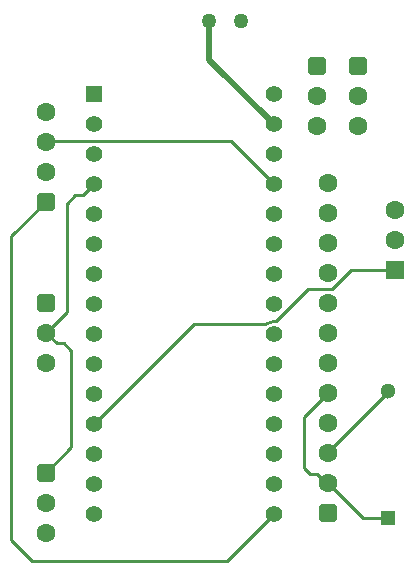
<source format=gbl>
G04*
G04 #@! TF.GenerationSoftware,Altium Limited,Altium Designer,24.3.1 (35)*
G04*
G04 Layer_Physical_Order=2*
G04 Layer_Color=16711680*
%FSLAX44Y44*%
%MOMM*%
G71*
G04*
G04 #@! TF.SameCoordinates,CBE22366-BCBC-4AD3-9382-8576DD61E297*
G04*
G04*
G04 #@! TF.FilePolarity,Positive*
G04*
G01*
G75*
%ADD13C,0.2540*%
%ADD14C,1.4140*%
%ADD15R,1.4140X1.4140*%
%ADD18C,1.3000*%
%ADD19R,1.3000X1.3000*%
%ADD22C,0.5080*%
%ADD23C,1.6000*%
G04:AMPARAMS|DCode=24|XSize=1.6mm|YSize=1.6mm|CornerRadius=0.4mm|HoleSize=0mm|Usage=FLASHONLY|Rotation=90.000|XOffset=0mm|YOffset=0mm|HoleType=Round|Shape=RoundedRectangle|*
%AMROUNDEDRECTD24*
21,1,1.6000,0.8000,0,0,90.0*
21,1,0.8000,1.6000,0,0,90.0*
1,1,0.8000,0.4000,0.4000*
1,1,0.8000,0.4000,-0.4000*
1,1,0.8000,-0.4000,-0.4000*
1,1,0.8000,-0.4000,0.4000*
%
%ADD24ROUNDEDRECTD24*%
%ADD25R,1.6000X1.6000*%
%ADD26C,1.2700*%
D13*
X491490Y1000210D02*
G03*
X485218Y998220I0J-10880D01*
G01*
X298851Y1152610D02*
X455210D01*
X298450Y1152209D02*
X298851Y1152610D01*
X455210D02*
X491490Y1116330D01*
X287020Y797560D02*
X452120D01*
X491490Y836930D01*
X269240Y815340D02*
X287020Y797560D01*
X269240Y815340D02*
Y1072199D01*
X298450Y1101409D01*
X424180Y998220D02*
X485218D01*
X492357Y1000210D02*
X493099Y1000953D01*
X519957Y1027810D01*
X491490Y1000210D02*
X492357Y1000210D01*
X339090Y913130D02*
X424180Y998220D01*
X519957Y1027810D02*
X540525D01*
X556655Y1043940D01*
X594360D01*
X528349Y871238D02*
X535987Y863600D01*
X521952Y871238D02*
X528349D01*
X516890Y876300D02*
X521952Y871238D01*
X535987Y863600D02*
X537413D01*
X516890Y876300D02*
Y919277D01*
X537413Y939800D01*
X323375Y1106965D02*
X329725D01*
X316230Y1099820D02*
X323375Y1106965D01*
X329725D02*
X339090Y1116330D01*
X316230Y1008422D02*
Y1099820D01*
X298450Y990642D02*
X316230Y1008422D01*
X298450Y990642D02*
X307488Y981605D01*
X313578D02*
X320040Y975142D01*
Y893491D02*
Y975142D01*
X307488Y981605D02*
X313578D01*
X298450Y871901D02*
X320040Y893491D01*
X537413Y863600D02*
X567083Y833930D01*
X588010D01*
X537413Y889967D02*
X588010Y940563D01*
X537413Y889000D02*
Y889967D01*
X588010Y940563D02*
Y941530D01*
D14*
X491490Y1192530D02*
D03*
Y1167130D02*
D03*
Y1141730D02*
D03*
Y1116330D02*
D03*
Y1090930D02*
D03*
Y1065530D02*
D03*
Y1040130D02*
D03*
Y1014730D02*
D03*
Y989330D02*
D03*
Y963930D02*
D03*
Y938530D02*
D03*
Y913130D02*
D03*
Y887730D02*
D03*
Y862330D02*
D03*
Y836930D02*
D03*
X339090D02*
D03*
Y862330D02*
D03*
Y887730D02*
D03*
Y913130D02*
D03*
Y938530D02*
D03*
Y963930D02*
D03*
Y989330D02*
D03*
Y1014730D02*
D03*
Y1040130D02*
D03*
Y1065530D02*
D03*
Y1090930D02*
D03*
Y1116330D02*
D03*
Y1141730D02*
D03*
Y1167130D02*
D03*
D15*
Y1192530D02*
D03*
D18*
X588010Y941530D02*
D03*
D19*
Y833930D02*
D03*
D22*
X436880Y1221740D02*
Y1254760D01*
Y1221740D02*
X491490Y1167130D01*
D23*
X537413Y1117600D02*
D03*
Y1092200D02*
D03*
Y1066800D02*
D03*
Y1016000D02*
D03*
Y990600D02*
D03*
Y939800D02*
D03*
Y889000D02*
D03*
Y863600D02*
D03*
Y914400D02*
D03*
Y965200D02*
D03*
Y1041400D02*
D03*
X298450Y846501D02*
D03*
Y821101D02*
D03*
Y990642D02*
D03*
Y965242D02*
D03*
Y1126809D02*
D03*
Y1152209D02*
D03*
Y1177609D02*
D03*
X594360Y1069340D02*
D03*
Y1094740D02*
D03*
X562748Y1190780D02*
D03*
Y1165380D02*
D03*
X527817Y1190780D02*
D03*
Y1165380D02*
D03*
D24*
X537413Y838200D02*
D03*
X298450Y871901D02*
D03*
Y1016042D02*
D03*
Y1101409D02*
D03*
X562748Y1216180D02*
D03*
X527817D02*
D03*
D25*
X594360Y1043940D02*
D03*
D26*
X436880Y1254760D02*
D03*
X463550D02*
D03*
M02*

</source>
